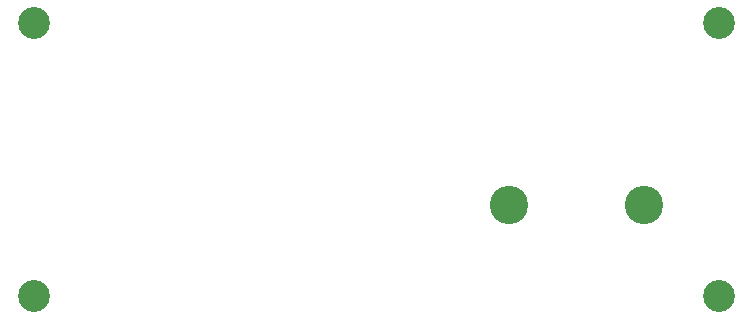
<source format=gbr>
%TF.GenerationSoftware,KiCad,Pcbnew,(6.0.5-0)*%
%TF.CreationDate,2024-08-31T12:48:49+10:00*%
%TF.ProjectId,AAPiHat,41415069-4861-4742-9e6b-696361645f70,rev?*%
%TF.SameCoordinates,Original*%
%TF.FileFunction,NonPlated,1,4,NPTH,Drill*%
%TF.FilePolarity,Positive*%
%FSLAX46Y46*%
G04 Gerber Fmt 4.6, Leading zero omitted, Abs format (unit mm)*
G04 Created by KiCad (PCBNEW (6.0.5-0)) date 2024-08-31 12:48:49*
%MOMM*%
%LPD*%
G01*
G04 APERTURE LIST*
%TA.AperFunction,ComponentDrill*%
%ADD10C,2.700000*%
%TD*%
%TA.AperFunction,ComponentDrill*%
%ADD11C,3.250000*%
%TD*%
G04 APERTURE END LIST*
D10*
%TO.C,REF\u002A\u002A*%
X51054000Y-82169000D03*
X51054000Y-105283000D03*
X109093000Y-82169000D03*
X109093000Y-105283000D03*
D11*
%TO.C,J2*%
X91313000Y-97537500D03*
X102743000Y-97537500D03*
M02*

</source>
